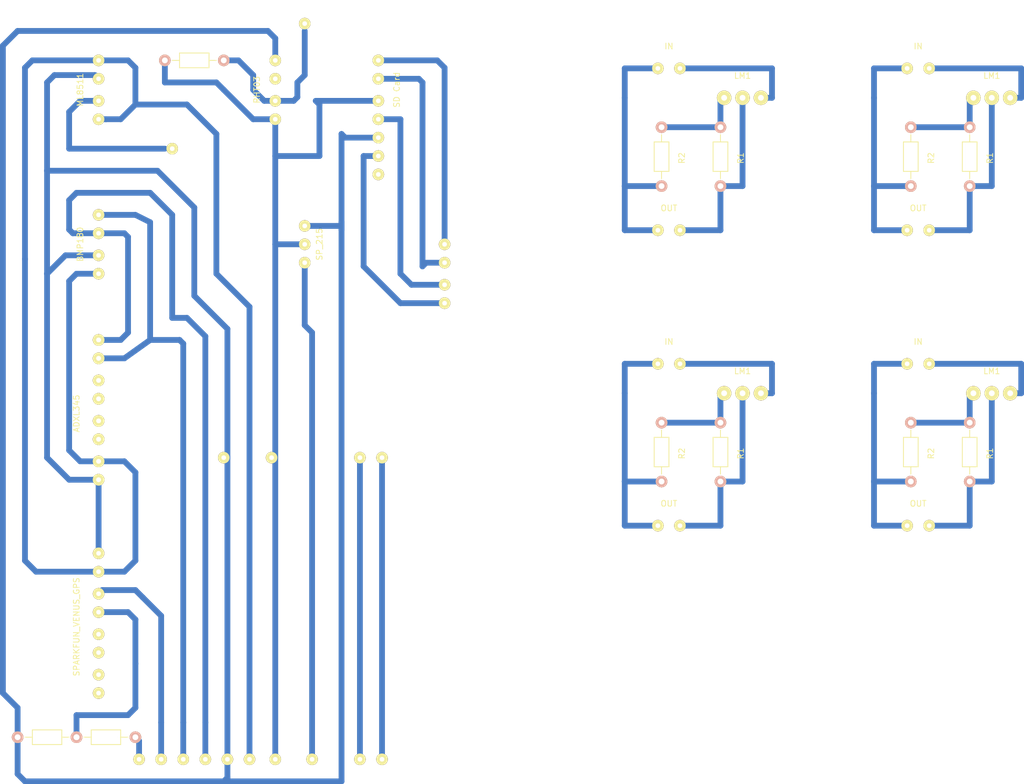
<source format=kicad_pcb>
(kicad_pcb (version 4) (host pcbnew 4.0.1-stable)

  (general
    (links 0)
    (no_connects 0)
    (area 15.809999 11.575 192.890002 148.020002)
    (thickness 1.6)
    (drawings 0)
    (tracks 215)
    (zones 0)
    (modules 46)
    (nets 1)
  )

  (page A4)
  (title_block
    (title "PIL PCB and Voltage Regulation Circuits")
    (date 2016-01-13)
    (rev 1)
    (company "UC Astro Cats")
  )

  (layers
    (0 F.Cu signal)
    (31 B.Cu signal)
    (32 B.Adhes user)
    (33 F.Adhes user)
    (34 B.Paste user)
    (35 F.Paste user)
    (36 B.SilkS user)
    (37 F.SilkS user)
    (38 B.Mask user)
    (39 F.Mask user)
    (40 Dwgs.User user)
    (41 Cmts.User user)
    (42 Eco1.User user)
    (43 Eco2.User user)
    (44 Edge.Cuts user)
    (45 Margin user)
    (46 B.CrtYd user)
    (47 F.CrtYd user)
    (48 B.Fab user)
    (49 F.Fab user)
  )

  (setup
    (last_trace_width 1)
    (user_trace_width 1)
    (trace_clearance 0.2)
    (zone_clearance 0.508)
    (zone_45_only no)
    (trace_min 0.2)
    (segment_width 0.2)
    (edge_width 0.15)
    (via_size 0.6)
    (via_drill 0.4)
    (via_min_size 0.4)
    (via_min_drill 0.3)
    (uvia_size 0.3)
    (uvia_drill 0.1)
    (uvias_allowed no)
    (uvia_min_size 0.2)
    (uvia_min_drill 0.1)
    (pcb_text_width 0.3)
    (pcb_text_size 1.5 1.5)
    (mod_edge_width 0.15)
    (mod_text_size 1 1)
    (mod_text_width 0.15)
    (pad_size 1.99898 1.99898)
    (pad_drill 0.8001)
    (pad_to_mask_clearance 0.2)
    (aux_axis_origin 0 0)
    (visible_elements 7FFFFFFF)
    (pcbplotparams
      (layerselection 0x00030_80000001)
      (usegerberextensions false)
      (excludeedgelayer true)
      (linewidth 0.100000)
      (plotframeref false)
      (viasonmask false)
      (mode 1)
      (useauxorigin false)
      (hpglpennumber 1)
      (hpglpenspeed 20)
      (hpglpendiameter 15)
      (hpglpenoverlay 2)
      (psnegative false)
      (psa4output false)
      (plotreference true)
      (plotvalue true)
      (plotinvisibletext false)
      (padsonsilk false)
      (subtractmaskfromsilk false)
      (outputformat 1)
      (mirror false)
      (drillshape 0)
      (scaleselection 1)
      (outputdirectory Renderings/))
  )

  (net 0 "")

  (net_class Default "This is the default net class."
    (clearance 0.2)
    (trace_width 0.25)
    (via_dia 0.6)
    (via_drill 0.4)
    (uvia_dia 0.3)
    (uvia_drill 0.1)
  )

  (module Wire_Pads:SolderWirePad_2x_0-8mmDrill (layer F.Cu) (tedit 569848CB) (tstamp 56984847)
    (at 80.01 91.44)
    (fp_text reference "" (at 0 -3.81) (layer F.SilkS)
      (effects (font (size 1 1) (thickness 0.15)))
    )
    (fp_text value CAM_RX_TX (at 0 2.54) (layer F.Fab)
      (effects (font (size 1 1) (thickness 0.15)))
    )
    (pad RX thru_hole circle (at -1.905 0) (size 1.99898 1.99898) (drill 0.8001) (layers *.Cu *.Mask F.SilkS))
    (pad TX thru_hole circle (at 1.905 0) (size 1.99898 1.99898) (drill 0.8001) (layers *.Cu *.Mask F.SilkS))
  )

  (module Wire_Pads:SolderWirePad_2x_0-8mmDrill (layer F.Cu) (tedit 569848E2) (tstamp 5698483D)
    (at 80.01 143.51)
    (fp_text reference "" (at 0 -3.81) (layer F.SilkS)
      (effects (font (size 1 1) (thickness 0.15)))
    )
    (fp_text value GND_3.3 (at 0 2.54) (layer F.Fab)
      (effects (font (size 1 1) (thickness 0.15)))
    )
    (pad RX thru_hole circle (at -1.905 0) (size 1.99898 1.99898) (drill 0.8001) (layers *.Cu *.Mask F.SilkS))
    (pad TX thru_hole circle (at 1.905 0) (size 1.99898 1.99898) (drill 0.8001) (layers *.Cu *.Mask F.SilkS))
  )

  (module Wire_Pads:SolderWirePad_2x_0-8mmDrill (layer F.Cu) (tedit 56984795) (tstamp 5698476B)
    (at 60.96 91.44)
    (fp_text reference "" (at 0 -3.81) (layer F.SilkS)
      (effects (font (size 1 1) (thickness 0.15)))
    )
    (fp_text value CAM_-_5.0 (at 0 2.54) (layer F.Fab)
      (effects (font (size 1 1) (thickness 0.15)))
    )
    (pad - thru_hole circle (at -6.35 0) (size 1.99898 1.99898) (drill 0.8001) (layers *.Cu *.Mask F.SilkS))
    (pad + thru_hole circle (at 1.905 0) (size 1.99898 1.99898) (drill 0.8001) (layers *.Cu *.Mask F.SilkS))
  )

  (module Wire_Pads:SolderWirePad_2x_0-8mmDrill (layer F.Cu) (tedit 569719BF) (tstamp 5697199E)
    (at 69.85 143.51)
    (fp_text reference "" (at 0 -3.81) (layer F.SilkS)
      (effects (font (size 1 1) (thickness 0.15)))
    )
    (fp_text value "SOLAR Out" (at 0 2.54) (layer F.Fab)
      (effects (font (size 1 1) (thickness 0.15)))
    )
    (pad SOL thru_hole circle (at 0 0) (size 1.99898 1.99898) (drill 0.8001) (layers *.Cu *.Mask F.SilkS))
  )

  (module Wire_Pads:SolderWirePad_3x_0-8mmDrill (layer F.Cu) (tedit 56971978) (tstamp 569718FC)
    (at 68.58 54.61 270)
    (fp_text reference SP_215 (at 0 -2.54 270) (layer F.SilkS)
      (effects (font (size 1 1) (thickness 0.15)))
    )
    (fp_text value PY1 (at 0 2.54 270) (layer F.Fab)
      (effects (font (size 1 1) (thickness 0.15)))
    )
    (pad GND thru_hole circle (at -3.175 0 270) (size 1.99898 1.99898) (drill 0.8001) (layers *.Cu *.Mask F.SilkS))
    (pad VCC thru_hole circle (at 0 0 270) (size 1.99898 1.99898) (drill 0.8001) (layers *.Cu *.Mask F.SilkS))
    (pad SOL thru_hole circle (at 3.175 0 270) (size 1.99898 1.99898) (drill 0.8001) (layers *.Cu *.Mask F.SilkS))
  )

  (module Wire_Pads:SolderWirePad_2x_0-8mmDrill (layer F.Cu) (tedit 56971847) (tstamp 56971831)
    (at 68.58 16.51)
    (fp_text reference "" (at 0 -3.81) (layer F.SilkS)
      (effects (font (size 1 1) (thickness 0.15)))
    )
    (fp_text value "TMP OUT" (at 0 2.54) (layer F.Fab)
      (effects (font (size 1 1) (thickness 0.15)))
    )
    (pad TMP thru_hole circle (at 0 0) (size 1.99898 1.99898) (drill 0.8001) (layers *.Cu *.Mask F.SilkS))
  )

  (module Wire_Pads:SolderWirePad_2x_0-8mmDrill (layer F.Cu) (tedit 56971937) (tstamp 5697181A)
    (at 45.72 38.1)
    (fp_text reference "" (at 0 -3.81) (layer F.SilkS)
      (effects (font (size 1 1) (thickness 0.15)))
    )
    (fp_text value "UV Out" (at 0 2.54) (layer F.Fab)
      (effects (font (size 1 1) (thickness 0.15)))
    )
    (pad UV thru_hole circle (at 0 0) (size 1.99898 1.99898) (drill 0.8001) (layers *.Cu *.Mask F.SilkS))
  )

  (module Resistors_ThroughHole:Resistor_Horizontal_RM10mm (layer F.Cu) (tedit 5696E41F) (tstamp 5696EE67)
    (at 49.53 22.86)
    (descr "Resistor, Axial,  RM 10mm, 1/3W,")
    (tags "Resistor, Axial, RM 10mm, 1/3W,")
    (fp_text reference "" (at 0.24892 -3.50012) (layer F.SilkS)
      (effects (font (size 1 1) (thickness 0.15)))
    )
    (fp_text value "" (at 3.81 3.81) (layer F.Fab)
      (effects (font (size 1 1) (thickness 0.15)))
    )
    (fp_line (start -2.54 -1.27) (end 2.54 -1.27) (layer F.SilkS) (width 0.15))
    (fp_line (start 2.54 -1.27) (end 2.54 1.27) (layer F.SilkS) (width 0.15))
    (fp_line (start 2.54 1.27) (end -2.54 1.27) (layer F.SilkS) (width 0.15))
    (fp_line (start -2.54 1.27) (end -2.54 -1.27) (layer F.SilkS) (width 0.15))
    (fp_line (start -2.54 0) (end -3.81 0) (layer F.SilkS) (width 0.15))
    (fp_line (start 2.54 0) (end 3.81 0) (layer F.SilkS) (width 0.15))
    (pad 1 thru_hole circle (at -5.08 0) (size 1.99898 1.99898) (drill 1.00076) (layers *.Cu *.SilkS *.Mask))
    (pad 2 thru_hole circle (at 5.08 0) (size 1.99898 1.99898) (drill 1.00076) (layers *.Cu *.SilkS *.Mask))
    (model Resistors_ThroughHole.3dshapes/Resistor_Horizontal_RM10mm.wrl
      (at (xyz 0 0 0))
      (scale (xyz 0.4 0.4 0.4))
      (rotate (xyz 0 0 0))
    )
  )

  (module Wire_Pads:SolderWirePad_2x_0-8mmDrill (layer F.Cu) (tedit 5696ED2F) (tstamp 5696ECE6)
    (at 63.5 143.51)
    (fp_text reference "" (at 0 -3.81) (layer F.SilkS)
      (effects (font (size 1 1) (thickness 0.15)))
    )
    (fp_text value 5.0 (at 0 2.54) (layer F.Fab)
      (effects (font (size 1 1) (thickness 0.15)))
    )
    (pad 5.0 thru_hole circle (at 0 0) (size 1.99898 1.99898) (drill 0.8001) (layers *.Cu *.Mask F.SilkS))
  )

  (module Wire_Pads:SolderWirePad_4xInline_0-8mmDrill (layer F.Cu) (tedit 5696ECA2) (tstamp 5696EC47)
    (at 63.5 27.94 90)
    (fp_text reference RHT03 (at 0 -3.175 90) (layer F.SilkS)
      (effects (font (size 1 1) (thickness 0.15)))
    )
    (fp_text value RH1 (at -0.635 3.175 90) (layer F.Fab)
      (effects (font (size 1 1) (thickness 0.15)))
    )
    (pad + thru_hole circle (at -5.08 0 90) (size 1.99898 1.99898) (drill 0.8001) (layers *.Cu *.Mask F.SilkS))
    (pad OUT thru_hole circle (at -1.905 0 90) (size 1.99898 1.99898) (drill 0.8001) (layers *.Cu *.Mask F.SilkS))
    (pad "" thru_hole circle (at 1.905 0 90) (size 1.99898 1.99898) (drill 0.8001) (layers *.Cu *.Mask F.SilkS))
    (pad - thru_hole circle (at 5.08 0 90) (size 1.99898 1.99898) (drill 0.8001) (layers *.Cu *.Mask F.SilkS))
  )

  (module Resistors_ThroughHole:Resistor_Horizontal_RM10mm (layer F.Cu) (tedit 5696E41F) (tstamp 5696EAF0)
    (at 24.13 139.7 180)
    (descr "Resistor, Axial,  RM 10mm, 1/3W,")
    (tags "Resistor, Axial, RM 10mm, 1/3W,")
    (fp_text reference "" (at 0.24892 -3.50012 180) (layer F.SilkS)
      (effects (font (size 1 1) (thickness 0.15)))
    )
    (fp_text value "" (at 3.81 3.81 180) (layer F.Fab)
      (effects (font (size 1 1) (thickness 0.15)))
    )
    (fp_line (start -2.54 -1.27) (end 2.54 -1.27) (layer F.SilkS) (width 0.15))
    (fp_line (start 2.54 -1.27) (end 2.54 1.27) (layer F.SilkS) (width 0.15))
    (fp_line (start 2.54 1.27) (end -2.54 1.27) (layer F.SilkS) (width 0.15))
    (fp_line (start -2.54 1.27) (end -2.54 -1.27) (layer F.SilkS) (width 0.15))
    (fp_line (start -2.54 0) (end -3.81 0) (layer F.SilkS) (width 0.15))
    (fp_line (start 2.54 0) (end 3.81 0) (layer F.SilkS) (width 0.15))
    (pad 1 thru_hole circle (at -5.08 0 180) (size 1.99898 1.99898) (drill 1.00076) (layers *.Cu *.SilkS *.Mask))
    (pad 2 thru_hole circle (at 5.08 0 180) (size 1.99898 1.99898) (drill 1.00076) (layers *.Cu *.SilkS *.Mask))
    (model Resistors_ThroughHole.3dshapes/Resistor_Horizontal_RM10mm.wrl
      (at (xyz 0 0 0))
      (scale (xyz 0.4 0.4 0.4))
      (rotate (xyz 0 0 0))
    )
  )

  (module Wire_Pads:SolderWirePad_2x_0-8mmDrill (layer F.Cu) (tedit 5696E726) (tstamp 5696E530)
    (at 57.15 143.51)
    (fp_text reference "" (at 0 -3.81) (layer F.SilkS)
      (effects (font (size 1 1) (thickness 0.15)))
    )
    (fp_text value GND_3.3 (at 0 2.54) (layer F.Fab)
      (effects (font (size 1 1) (thickness 0.15)))
    )
    (pad - thru_hole circle (at -1.905 0) (size 1.99898 1.99898) (drill 0.8001) (layers *.Cu *.Mask F.SilkS))
    (pad + thru_hole circle (at 1.905 0) (size 1.99898 1.99898) (drill 0.8001) (layers *.Cu *.Mask F.SilkS))
  )

  (module Resistors_ThroughHole:Resistor_Horizontal_RM10mm (layer F.Cu) (tedit 5696E41F) (tstamp 5696E31F)
    (at 34.29 139.7 180)
    (descr "Resistor, Axial,  RM 10mm, 1/3W,")
    (tags "Resistor, Axial, RM 10mm, 1/3W,")
    (fp_text reference "" (at 0.24892 -3.50012 180) (layer F.SilkS)
      (effects (font (size 1 1) (thickness 0.15)))
    )
    (fp_text value "" (at 3.81 3.81 180) (layer F.Fab)
      (effects (font (size 1 1) (thickness 0.15)))
    )
    (fp_line (start -2.54 -1.27) (end 2.54 -1.27) (layer F.SilkS) (width 0.15))
    (fp_line (start 2.54 -1.27) (end 2.54 1.27) (layer F.SilkS) (width 0.15))
    (fp_line (start 2.54 1.27) (end -2.54 1.27) (layer F.SilkS) (width 0.15))
    (fp_line (start -2.54 1.27) (end -2.54 -1.27) (layer F.SilkS) (width 0.15))
    (fp_line (start -2.54 0) (end -3.81 0) (layer F.SilkS) (width 0.15))
    (fp_line (start 2.54 0) (end 3.81 0) (layer F.SilkS) (width 0.15))
    (pad 1 thru_hole circle (at -5.08 0 180) (size 1.99898 1.99898) (drill 1.00076) (layers *.Cu *.SilkS *.Mask))
    (pad 2 thru_hole circle (at 5.08 0 180) (size 1.99898 1.99898) (drill 1.00076) (layers *.Cu *.SilkS *.Mask))
    (model Resistors_ThroughHole.3dshapes/Resistor_Horizontal_RM10mm.wrl
      (at (xyz 0 0 0))
      (scale (xyz 0.4 0.4 0.4))
      (rotate (xyz 0 0 0))
    )
  )

  (module Wire_Pads:SolderWirePad_2x_0-8mmDrill (layer F.Cu) (tedit 5696E199) (tstamp 5696E171)
    (at 49.53 143.51)
    (fp_text reference "" (at 0 -3.81) (layer F.SilkS)
      (effects (font (size 1 1) (thickness 0.15)))
    )
    (fp_text value DA_CL (at 0 2.54) (layer F.Fab)
      (effects (font (size 1 1) (thickness 0.15)))
    )
    (pad DA thru_hole circle (at -1.905 0) (size 1.99898 1.99898) (drill 0.8001) (layers *.Cu *.Mask F.SilkS))
    (pad CL thru_hole circle (at 1.905 0) (size 1.99898 1.99898) (drill 0.8001) (layers *.Cu *.Mask F.SilkS))
  )

  (module Wire_Pads:SolderWirePad_4xInline_0-8mmDrill (layer F.Cu) (tedit 5696DDD7) (tstamp 5696DD2B)
    (at 33.02 27.94 90)
    (fp_text reference ML8511 (at 0 -3.175 90) (layer F.SilkS)
      (effects (font (size 1 1) (thickness 0.15)))
    )
    (fp_text value ML1 (at -0.635 3.175 90) (layer F.Fab)
      (effects (font (size 1 1) (thickness 0.15)))
    )
    (pad EN thru_hole circle (at -5.08 0 90) (size 1.99898 1.99898) (drill 0.8001) (layers *.Cu *.Mask F.SilkS))
    (pad OUT thru_hole circle (at -1.905 0 90) (size 1.99898 1.99898) (drill 0.8001) (layers *.Cu *.Mask F.SilkS))
    (pad - thru_hole circle (at 1.905 0 90) (size 1.99898 1.99898) (drill 0.8001) (layers *.Cu *.Mask F.SilkS))
    (pad + thru_hole circle (at 5.08 0 90) (size 1.99898 1.99898) (drill 0.8001) (layers *.Cu *.Mask F.SilkS))
  )

  (module Wire_Pads:SolderWirePad_4xInline_0-8mmDrill (layer F.Cu) (tedit 5696DB20) (tstamp 5696DAAA)
    (at 33.02 127 90)
    (fp_text reference "" (at 0 -3.175 90) (layer F.SilkS)
      (effects (font (size 1 1) (thickness 0.15)))
    )
    (fp_text value "" (at -0.635 3.175 90) (layer F.Fab)
      (effects (font (size 1 1) (thickness 0.15)))
    )
    (pad "" thru_hole circle (at -5.08 0 90) (size 1.99898 1.99898) (drill 0.8001) (layers *.Cu *.Mask F.SilkS))
    (pad "" thru_hole circle (at -1.905 0 90) (size 1.99898 1.99898) (drill 0.8001) (layers *.Cu *.Mask F.SilkS))
    (pad "" thru_hole circle (at 1.905 0 90) (size 1.99898 1.99898) (drill 0.8001) (layers *.Cu *.Mask F.SilkS))
    (pad "" thru_hole circle (at 5.08 0 90) (size 1.99898 1.99898) (drill 0.8001) (layers *.Cu *.Mask F.SilkS))
  )

  (module Wire_Pads:SolderWirePad_4xInline_0-8mmDrill (layer F.Cu) (tedit 5696DAFE) (tstamp 5696D9CD)
    (at 33.02 113.03 90)
    (fp_text reference SPARKFUN_VENUS_GPS (at -7.62 -3.81 90) (layer F.SilkS)
      (effects (font (size 1 1) (thickness 0.15)))
    )
    (fp_text value GPS1 (at -8.89 3.81 90) (layer F.Fab)
      (effects (font (size 1 1) (thickness 0.15)))
    )
    (pad RX thru_hole circle (at -5.08 0 90) (size 1.99898 1.99898) (drill 0.8001) (layers *.Cu *.Mask F.SilkS))
    (pad TX thru_hole circle (at -1.905 0 90) (size 1.99898 1.99898) (drill 0.8001) (layers *.Cu *.Mask F.SilkS))
    (pad + thru_hole circle (at 1.905 0 90) (size 1.99898 1.99898) (drill 0.8001) (layers *.Cu *.Mask F.SilkS))
    (pad - thru_hole circle (at 5.08 0 90) (size 1.99898 1.99898) (drill 0.8001) (layers *.Cu *.Mask F.SilkS))
  )

  (module Wire_Pads:SolderWirePad_4xInline_0-8mmDrill (layer F.Cu) (tedit 5696DA73) (tstamp 5696D9C3)
    (at 33.02 76.2 90)
    (fp_text reference ADXL345 (at -7.62 -3.81 90) (layer F.SilkS)
      (effects (font (size 1 1) (thickness 0.15)))
    )
    (fp_text value ADX1 (at -7.62 3.81 90) (layer F.Fab)
      (effects (font (size 1 1) (thickness 0.15)))
    )
    (pad INT2 thru_hole circle (at -5.08 0 90) (size 1.99898 1.99898) (drill 0.8001) (layers *.Cu *.Mask F.SilkS))
    (pad SDO thru_hole circle (at -1.905 0 90) (size 1.99898 1.99898) (drill 0.8001) (layers *.Cu *.Mask F.SilkS))
    (pad SDA thru_hole circle (at 1.905 0 90) (size 1.99898 1.99898) (drill 0.8001) (layers *.Cu *.Mask F.SilkS))
    (pad SCL thru_hole circle (at 5.08 0 90) (size 1.99898 1.99898) (drill 0.8001) (layers *.Cu *.Mask F.SilkS))
  )

  (module Wire_Pads:SolderWirePad_4xInline_0-8mmDrill (layer F.Cu) (tedit 5696D92F) (tstamp 5696D9BC)
    (at 33.02 90.17 90)
    (fp_text reference "" (at 0 -3.175 90) (layer F.SilkS)
      (effects (font (size 1 1) (thickness 0.15)))
    )
    (fp_text value "" (at -0.635 3.175 90) (layer F.Fab)
      (effects (font (size 1 1) (thickness 0.15)))
    )
    (pad - thru_hole circle (at -5.08 0 90) (size 1.99898 1.99898) (drill 0.8001) (layers *.Cu *.Mask F.SilkS))
    (pad + thru_hole circle (at -1.905 0 90) (size 1.99898 1.99898) (drill 0.8001) (layers *.Cu *.Mask F.SilkS))
    (pad CS thru_hole circle (at 1.905 0 90) (size 1.99898 1.99898) (drill 0.8001) (layers *.Cu *.Mask F.SilkS))
    (pad INT1 thru_hole circle (at 5.08 0 90) (size 1.99898 1.99898) (drill 0.8001) (layers *.Cu *.Mask F.SilkS))
  )

  (module Wire_Pads:SolderWirePad_4xInline_0-8mmDrill (layer F.Cu) (tedit 5696D92F) (tstamp 5696D899)
    (at 33.02 90.17 90)
    (fp_text reference "" (at 0 -3.175 90) (layer F.SilkS)
      (effects (font (size 1 1) (thickness 0.15)))
    )
    (fp_text value "" (at -0.635 3.175 90) (layer F.Fab)
      (effects (font (size 1 1) (thickness 0.15)))
    )
    (pad - thru_hole circle (at -5.08 0 90) (size 1.99898 1.99898) (drill 0.8001) (layers *.Cu *.Mask F.SilkS))
    (pad + thru_hole circle (at -1.905 0 90) (size 1.99898 1.99898) (drill 0.8001) (layers *.Cu *.Mask F.SilkS))
    (pad CS thru_hole circle (at 1.905 0 90) (size 1.99898 1.99898) (drill 0.8001) (layers *.Cu *.Mask F.SilkS))
    (pad INT1 thru_hole circle (at 5.08 0 90) (size 1.99898 1.99898) (drill 0.8001) (layers *.Cu *.Mask F.SilkS))
  )

  (module Wire_Pads:SolderWirePad_2x_0-8mmDrill (layer F.Cu) (tedit 563E9AFC) (tstamp 5649086F)
    (at 131.41 103.18)
    (fp_text reference OUT (at 0 -3.81) (layer F.SilkS)
      (effects (font (size 1 1) (thickness 0.15)))
    )
    (fp_text value Out (at 0.635 2.54) (layer F.Fab)
      (effects (font (size 1 1) (thickness 0.15)))
    )
    (pad 1 thru_hole circle (at -1.905 0) (size 1.99898 1.99898) (drill 0.8001) (layers *.Cu *.Mask F.SilkS))
    (pad 1 thru_hole circle (at 1.905 0) (size 1.99898 1.99898) (drill 0.8001) (layers *.Cu *.Mask F.SilkS))
  )

  (module Wire_Pads:SolderWirePad_2x_0-8mmDrill (layer F.Cu) (tedit 563E9A3E) (tstamp 5649086A)
    (at 131.41 75.24)
    (fp_text reference IN (at 0 -3.81) (layer F.SilkS)
      (effects (font (size 1 1) (thickness 0.15)))
    )
    (fp_text value In (at 0.635 2.54) (layer F.Fab)
      (effects (font (size 1 1) (thickness 0.15)))
    )
    (pad 1 thru_hole circle (at -1.905 0) (size 1.99898 1.99898) (drill 0.8001) (layers *.Cu *.Mask F.SilkS))
    (pad 1 thru_hole circle (at 1.905 0) (size 1.99898 1.99898) (drill 0.8001) (layers *.Cu *.Mask F.SilkS))
  )

  (module Resistors_ThroughHole:Resistor_Horizontal_RM10mm (layer F.Cu) (tedit 563E97ED) (tstamp 5649085F)
    (at 130.14 90.48 270)
    (descr "Resistor, Axial,  RM 10mm, 1/3W,")
    (tags "Resistor, Axial, RM 10mm, 1/3W,")
    (fp_text reference R2 (at 0.24892 -3.50012 270) (layer F.SilkS)
      (effects (font (size 1 1) (thickness 0.15)))
    )
    (fp_text value 680Ω (at 3.81 3.81 270) (layer F.Fab)
      (effects (font (size 1 1) (thickness 0.15)))
    )
    (fp_line (start -2.54 -1.27) (end 2.54 -1.27) (layer F.SilkS) (width 0.15))
    (fp_line (start 2.54 -1.27) (end 2.54 1.27) (layer F.SilkS) (width 0.15))
    (fp_line (start 2.54 1.27) (end -2.54 1.27) (layer F.SilkS) (width 0.15))
    (fp_line (start -2.54 1.27) (end -2.54 -1.27) (layer F.SilkS) (width 0.15))
    (fp_line (start -2.54 0) (end -3.81 0) (layer F.SilkS) (width 0.15))
    (fp_line (start 2.54 0) (end 3.81 0) (layer F.SilkS) (width 0.15))
    (pad 1 thru_hole circle (at -5.08 0 270) (size 1.99898 1.99898) (drill 1.00076) (layers *.Cu *.SilkS *.Mask))
    (pad 2 thru_hole circle (at 5.08 0 270) (size 1.99898 1.99898) (drill 1.00076) (layers *.Cu *.SilkS *.Mask))
    (model Resistors_ThroughHole.3dshapes/Resistor_Horizontal_RM10mm.wrl
      (at (xyz 0 0 0))
      (scale (xyz 0.4 0.4 0.4))
      (rotate (xyz 0 0 0))
    )
  )

  (module Resistors_ThroughHole:Resistor_Horizontal_RM10mm (layer F.Cu) (tedit 563E970E) (tstamp 56490854)
    (at 140.3 90.48 270)
    (descr "Resistor, Axial,  RM 10mm, 1/3W,")
    (tags "Resistor, Axial, RM 10mm, 1/3W,")
    (fp_text reference R1 (at 0.24892 -3.50012 270) (layer F.SilkS)
      (effects (font (size 1 1) (thickness 0.15)))
    )
    (fp_text value 220Ω (at 3.81 3.81 270) (layer F.Fab)
      (effects (font (size 1 1) (thickness 0.15)))
    )
    (fp_line (start -2.54 -1.27) (end 2.54 -1.27) (layer F.SilkS) (width 0.15))
    (fp_line (start 2.54 -1.27) (end 2.54 1.27) (layer F.SilkS) (width 0.15))
    (fp_line (start 2.54 1.27) (end -2.54 1.27) (layer F.SilkS) (width 0.15))
    (fp_line (start -2.54 1.27) (end -2.54 -1.27) (layer F.SilkS) (width 0.15))
    (fp_line (start -2.54 0) (end -3.81 0) (layer F.SilkS) (width 0.15))
    (fp_line (start 2.54 0) (end 3.81 0) (layer F.SilkS) (width 0.15))
    (pad 1 thru_hole circle (at -5.08 0 270) (size 1.99898 1.99898) (drill 1.00076) (layers *.Cu *.SilkS *.Mask))
    (pad 2 thru_hole circle (at 5.08 0 270) (size 1.99898 1.99898) (drill 1.00076) (layers *.Cu *.SilkS *.Mask))
    (model Resistors_ThroughHole.3dshapes/Resistor_Horizontal_RM10mm.wrl
      (at (xyz 0 0 0))
      (scale (xyz 0.4 0.4 0.4))
      (rotate (xyz 0 0 0))
    )
  )

  (module Wire_Pads:SolderWirePad_3x_1mmDrill (layer F.Cu) (tedit 563E9685) (tstamp 5649084E)
    (at 144.11 80.32)
    (fp_text reference LM1 (at 0 -3.81) (layer F.SilkS)
      (effects (font (size 1 1) (thickness 0.15)))
    )
    (fp_text value LM317 (at -1.27 3.175) (layer F.Fab)
      (effects (font (size 1 1) (thickness 0.15)))
    )
    (pad 1 thru_hole circle (at -3.175 0) (size 2.49936 2.49936) (drill 1.00076) (layers *.Cu *.Mask F.SilkS))
    (pad 1 thru_hole circle (at 0 0) (size 2.49936 2.49936) (drill 1.00076) (layers *.Cu *.Mask F.SilkS))
    (pad 1 thru_hole circle (at 3.175 0) (size 2.49936 2.49936) (drill 1.00076) (layers *.Cu *.Mask F.SilkS))
  )

  (module Wire_Pads:SolderWirePad_3x_1mmDrill (layer F.Cu) (tedit 563E9685) (tstamp 56490848)
    (at 187.11 80.32)
    (fp_text reference LM1 (at 0 -3.81) (layer F.SilkS)
      (effects (font (size 1 1) (thickness 0.15)))
    )
    (fp_text value LM317 (at -1.27 3.175) (layer F.Fab)
      (effects (font (size 1 1) (thickness 0.15)))
    )
    (pad 1 thru_hole circle (at -3.175 0) (size 2.49936 2.49936) (drill 1.00076) (layers *.Cu *.Mask F.SilkS))
    (pad 1 thru_hole circle (at 0 0) (size 2.49936 2.49936) (drill 1.00076) (layers *.Cu *.Mask F.SilkS))
    (pad 1 thru_hole circle (at 3.175 0) (size 2.49936 2.49936) (drill 1.00076) (layers *.Cu *.Mask F.SilkS))
  )

  (module Resistors_ThroughHole:Resistor_Horizontal_RM10mm (layer F.Cu) (tedit 563E970E) (tstamp 5649083D)
    (at 183.3 90.48 270)
    (descr "Resistor, Axial,  RM 10mm, 1/3W,")
    (tags "Resistor, Axial, RM 10mm, 1/3W,")
    (fp_text reference R1 (at 0.24892 -3.50012 270) (layer F.SilkS)
      (effects (font (size 1 1) (thickness 0.15)))
    )
    (fp_text value 220Ω (at 3.81 3.81 270) (layer F.Fab)
      (effects (font (size 1 1) (thickness 0.15)))
    )
    (fp_line (start -2.54 -1.27) (end 2.54 -1.27) (layer F.SilkS) (width 0.15))
    (fp_line (start 2.54 -1.27) (end 2.54 1.27) (layer F.SilkS) (width 0.15))
    (fp_line (start 2.54 1.27) (end -2.54 1.27) (layer F.SilkS) (width 0.15))
    (fp_line (start -2.54 1.27) (end -2.54 -1.27) (layer F.SilkS) (width 0.15))
    (fp_line (start -2.54 0) (end -3.81 0) (layer F.SilkS) (width 0.15))
    (fp_line (start 2.54 0) (end 3.81 0) (layer F.SilkS) (width 0.15))
    (pad 1 thru_hole circle (at -5.08 0 270) (size 1.99898 1.99898) (drill 1.00076) (layers *.Cu *.SilkS *.Mask))
    (pad 2 thru_hole circle (at 5.08 0 270) (size 1.99898 1.99898) (drill 1.00076) (layers *.Cu *.SilkS *.Mask))
    (model Resistors_ThroughHole.3dshapes/Resistor_Horizontal_RM10mm.wrl
      (at (xyz 0 0 0))
      (scale (xyz 0.4 0.4 0.4))
      (rotate (xyz 0 0 0))
    )
  )

  (module Resistors_ThroughHole:Resistor_Horizontal_RM10mm (layer F.Cu) (tedit 563E97ED) (tstamp 56490832)
    (at 173.14 90.48 270)
    (descr "Resistor, Axial,  RM 10mm, 1/3W,")
    (tags "Resistor, Axial, RM 10mm, 1/3W,")
    (fp_text reference R2 (at 0.24892 -3.50012 270) (layer F.SilkS)
      (effects (font (size 1 1) (thickness 0.15)))
    )
    (fp_text value 680Ω (at 3.81 3.81 270) (layer F.Fab)
      (effects (font (size 1 1) (thickness 0.15)))
    )
    (fp_line (start -2.54 -1.27) (end 2.54 -1.27) (layer F.SilkS) (width 0.15))
    (fp_line (start 2.54 -1.27) (end 2.54 1.27) (layer F.SilkS) (width 0.15))
    (fp_line (start 2.54 1.27) (end -2.54 1.27) (layer F.SilkS) (width 0.15))
    (fp_line (start -2.54 1.27) (end -2.54 -1.27) (layer F.SilkS) (width 0.15))
    (fp_line (start -2.54 0) (end -3.81 0) (layer F.SilkS) (width 0.15))
    (fp_line (start 2.54 0) (end 3.81 0) (layer F.SilkS) (width 0.15))
    (pad 1 thru_hole circle (at -5.08 0 270) (size 1.99898 1.99898) (drill 1.00076) (layers *.Cu *.SilkS *.Mask))
    (pad 2 thru_hole circle (at 5.08 0 270) (size 1.99898 1.99898) (drill 1.00076) (layers *.Cu *.SilkS *.Mask))
    (model Resistors_ThroughHole.3dshapes/Resistor_Horizontal_RM10mm.wrl
      (at (xyz 0 0 0))
      (scale (xyz 0.4 0.4 0.4))
      (rotate (xyz 0 0 0))
    )
  )

  (module Wire_Pads:SolderWirePad_2x_0-8mmDrill (layer F.Cu) (tedit 563E9A3E) (tstamp 5649082D)
    (at 174.41 75.24)
    (fp_text reference IN (at 0 -3.81) (layer F.SilkS)
      (effects (font (size 1 1) (thickness 0.15)))
    )
    (fp_text value In (at 0.635 2.54) (layer F.Fab)
      (effects (font (size 1 1) (thickness 0.15)))
    )
    (pad 1 thru_hole circle (at -1.905 0) (size 1.99898 1.99898) (drill 0.8001) (layers *.Cu *.Mask F.SilkS))
    (pad 1 thru_hole circle (at 1.905 0) (size 1.99898 1.99898) (drill 0.8001) (layers *.Cu *.Mask F.SilkS))
  )

  (module Wire_Pads:SolderWirePad_2x_0-8mmDrill (layer F.Cu) (tedit 563E9AFC) (tstamp 56490828)
    (at 174.41 103.18)
    (fp_text reference OUT (at 0 -3.81) (layer F.SilkS)
      (effects (font (size 1 1) (thickness 0.15)))
    )
    (fp_text value Out (at 0.635 2.54) (layer F.Fab)
      (effects (font (size 1 1) (thickness 0.15)))
    )
    (pad 1 thru_hole circle (at -1.905 0) (size 1.99898 1.99898) (drill 0.8001) (layers *.Cu *.Mask F.SilkS))
    (pad 1 thru_hole circle (at 1.905 0) (size 1.99898 1.99898) (drill 0.8001) (layers *.Cu *.Mask F.SilkS))
  )

  (module Wire_Pads:SolderWirePad_2x_0-8mmDrill (layer F.Cu) (tedit 563E9AFC) (tstamp 56490813)
    (at 174.41 52.18)
    (fp_text reference OUT (at 0 -3.81) (layer F.SilkS)
      (effects (font (size 1 1) (thickness 0.15)))
    )
    (fp_text value Out (at 0.635 2.54) (layer F.Fab)
      (effects (font (size 1 1) (thickness 0.15)))
    )
    (pad 1 thru_hole circle (at -1.905 0) (size 1.99898 1.99898) (drill 0.8001) (layers *.Cu *.Mask F.SilkS))
    (pad 1 thru_hole circle (at 1.905 0) (size 1.99898 1.99898) (drill 0.8001) (layers *.Cu *.Mask F.SilkS))
  )

  (module Wire_Pads:SolderWirePad_2x_0-8mmDrill (layer F.Cu) (tedit 563E9A3E) (tstamp 5649080E)
    (at 174.41 24.24)
    (fp_text reference IN (at 0 -3.81) (layer F.SilkS)
      (effects (font (size 1 1) (thickness 0.15)))
    )
    (fp_text value In (at 0.635 2.54) (layer F.Fab)
      (effects (font (size 1 1) (thickness 0.15)))
    )
    (pad 1 thru_hole circle (at -1.905 0) (size 1.99898 1.99898) (drill 0.8001) (layers *.Cu *.Mask F.SilkS))
    (pad 1 thru_hole circle (at 1.905 0) (size 1.99898 1.99898) (drill 0.8001) (layers *.Cu *.Mask F.SilkS))
  )

  (module Resistors_ThroughHole:Resistor_Horizontal_RM10mm (layer F.Cu) (tedit 563E97ED) (tstamp 56490803)
    (at 173.14 39.48 270)
    (descr "Resistor, Axial,  RM 10mm, 1/3W,")
    (tags "Resistor, Axial, RM 10mm, 1/3W,")
    (fp_text reference R2 (at 0.24892 -3.50012 270) (layer F.SilkS)
      (effects (font (size 1 1) (thickness 0.15)))
    )
    (fp_text value 680Ω (at 3.81 3.81 270) (layer F.Fab)
      (effects (font (size 1 1) (thickness 0.15)))
    )
    (fp_line (start -2.54 -1.27) (end 2.54 -1.27) (layer F.SilkS) (width 0.15))
    (fp_line (start 2.54 -1.27) (end 2.54 1.27) (layer F.SilkS) (width 0.15))
    (fp_line (start 2.54 1.27) (end -2.54 1.27) (layer F.SilkS) (width 0.15))
    (fp_line (start -2.54 1.27) (end -2.54 -1.27) (layer F.SilkS) (width 0.15))
    (fp_line (start -2.54 0) (end -3.81 0) (layer F.SilkS) (width 0.15))
    (fp_line (start 2.54 0) (end 3.81 0) (layer F.SilkS) (width 0.15))
    (pad 1 thru_hole circle (at -5.08 0 270) (size 1.99898 1.99898) (drill 1.00076) (layers *.Cu *.SilkS *.Mask))
    (pad 2 thru_hole circle (at 5.08 0 270) (size 1.99898 1.99898) (drill 1.00076) (layers *.Cu *.SilkS *.Mask))
    (model Resistors_ThroughHole.3dshapes/Resistor_Horizontal_RM10mm.wrl
      (at (xyz 0 0 0))
      (scale (xyz 0.4 0.4 0.4))
      (rotate (xyz 0 0 0))
    )
  )

  (module Resistors_ThroughHole:Resistor_Horizontal_RM10mm (layer F.Cu) (tedit 563E970E) (tstamp 564907F8)
    (at 183.3 39.48 270)
    (descr "Resistor, Axial,  RM 10mm, 1/3W,")
    (tags "Resistor, Axial, RM 10mm, 1/3W,")
    (fp_text reference R1 (at 0.24892 -3.50012 270) (layer F.SilkS)
      (effects (font (size 1 1) (thickness 0.15)))
    )
    (fp_text value 220Ω (at 3.81 3.81 270) (layer F.Fab)
      (effects (font (size 1 1) (thickness 0.15)))
    )
    (fp_line (start -2.54 -1.27) (end 2.54 -1.27) (layer F.SilkS) (width 0.15))
    (fp_line (start 2.54 -1.27) (end 2.54 1.27) (layer F.SilkS) (width 0.15))
    (fp_line (start 2.54 1.27) (end -2.54 1.27) (layer F.SilkS) (width 0.15))
    (fp_line (start -2.54 1.27) (end -2.54 -1.27) (layer F.SilkS) (width 0.15))
    (fp_line (start -2.54 0) (end -3.81 0) (layer F.SilkS) (width 0.15))
    (fp_line (start 2.54 0) (end 3.81 0) (layer F.SilkS) (width 0.15))
    (pad 1 thru_hole circle (at -5.08 0 270) (size 1.99898 1.99898) (drill 1.00076) (layers *.Cu *.SilkS *.Mask))
    (pad 2 thru_hole circle (at 5.08 0 270) (size 1.99898 1.99898) (drill 1.00076) (layers *.Cu *.SilkS *.Mask))
    (model Resistors_ThroughHole.3dshapes/Resistor_Horizontal_RM10mm.wrl
      (at (xyz 0 0 0))
      (scale (xyz 0.4 0.4 0.4))
      (rotate (xyz 0 0 0))
    )
  )

  (module Wire_Pads:SolderWirePad_3x_1mmDrill (layer F.Cu) (tedit 563E9685) (tstamp 564907F2)
    (at 187.11 29.32)
    (fp_text reference LM1 (at 0 -3.81) (layer F.SilkS)
      (effects (font (size 1 1) (thickness 0.15)))
    )
    (fp_text value LM317 (at -1.27 3.175) (layer F.Fab)
      (effects (font (size 1 1) (thickness 0.15)))
    )
    (pad 1 thru_hole circle (at -3.175 0) (size 2.49936 2.49936) (drill 1.00076) (layers *.Cu *.Mask F.SilkS))
    (pad 1 thru_hole circle (at 0 0) (size 2.49936 2.49936) (drill 1.00076) (layers *.Cu *.Mask F.SilkS))
    (pad 1 thru_hole circle (at 3.175 0) (size 2.49936 2.49936) (drill 1.00076) (layers *.Cu *.Mask F.SilkS))
  )

  (module Wire_Pads:SolderWirePad_3x_1mmDrill (layer F.Cu) (tedit 563E9685) (tstamp 563E9630)
    (at 144.11 29.32)
    (fp_text reference LM1 (at 0 -3.81) (layer F.SilkS)
      (effects (font (size 1 1) (thickness 0.15)))
    )
    (fp_text value LM317 (at -1.27 3.175) (layer F.Fab)
      (effects (font (size 1 1) (thickness 0.15)))
    )
    (pad 1 thru_hole circle (at -3.175 0) (size 2.49936 2.49936) (drill 1.00076) (layers *.Cu *.Mask F.SilkS))
    (pad 1 thru_hole circle (at 0 0) (size 2.49936 2.49936) (drill 1.00076) (layers *.Cu *.Mask F.SilkS))
    (pad 1 thru_hole circle (at 3.175 0) (size 2.49936 2.49936) (drill 1.00076) (layers *.Cu *.Mask F.SilkS))
  )

  (module Resistors_ThroughHole:Resistor_Horizontal_RM10mm (layer F.Cu) (tedit 563E970E) (tstamp 563E96A6)
    (at 140.3 39.48 270)
    (descr "Resistor, Axial,  RM 10mm, 1/3W,")
    (tags "Resistor, Axial, RM 10mm, 1/3W,")
    (fp_text reference R1 (at 0.24892 -3.50012 270) (layer F.SilkS)
      (effects (font (size 1 1) (thickness 0.15)))
    )
    (fp_text value 220Ω (at 3.81 3.81 270) (layer F.Fab)
      (effects (font (size 1 1) (thickness 0.15)))
    )
    (fp_line (start -2.54 -1.27) (end 2.54 -1.27) (layer F.SilkS) (width 0.15))
    (fp_line (start 2.54 -1.27) (end 2.54 1.27) (layer F.SilkS) (width 0.15))
    (fp_line (start 2.54 1.27) (end -2.54 1.27) (layer F.SilkS) (width 0.15))
    (fp_line (start -2.54 1.27) (end -2.54 -1.27) (layer F.SilkS) (width 0.15))
    (fp_line (start -2.54 0) (end -3.81 0) (layer F.SilkS) (width 0.15))
    (fp_line (start 2.54 0) (end 3.81 0) (layer F.SilkS) (width 0.15))
    (pad 1 thru_hole circle (at -5.08 0 270) (size 1.99898 1.99898) (drill 1.00076) (layers *.Cu *.SilkS *.Mask))
    (pad 2 thru_hole circle (at 5.08 0 270) (size 1.99898 1.99898) (drill 1.00076) (layers *.Cu *.SilkS *.Mask))
    (model Resistors_ThroughHole.3dshapes/Resistor_Horizontal_RM10mm.wrl
      (at (xyz 0 0 0))
      (scale (xyz 0.4 0.4 0.4))
      (rotate (xyz 0 0 0))
    )
  )

  (module Resistors_ThroughHole:Resistor_Horizontal_RM10mm (layer F.Cu) (tedit 563E97ED) (tstamp 563E97B7)
    (at 130.14 39.48 270)
    (descr "Resistor, Axial,  RM 10mm, 1/3W,")
    (tags "Resistor, Axial, RM 10mm, 1/3W,")
    (fp_text reference R2 (at 0.24892 -3.50012 270) (layer F.SilkS)
      (effects (font (size 1 1) (thickness 0.15)))
    )
    (fp_text value 680Ω (at 3.81 3.81 270) (layer F.Fab)
      (effects (font (size 1 1) (thickness 0.15)))
    )
    (fp_line (start -2.54 -1.27) (end 2.54 -1.27) (layer F.SilkS) (width 0.15))
    (fp_line (start 2.54 -1.27) (end 2.54 1.27) (layer F.SilkS) (width 0.15))
    (fp_line (start 2.54 1.27) (end -2.54 1.27) (layer F.SilkS) (width 0.15))
    (fp_line (start -2.54 1.27) (end -2.54 -1.27) (layer F.SilkS) (width 0.15))
    (fp_line (start -2.54 0) (end -3.81 0) (layer F.SilkS) (width 0.15))
    (fp_line (start 2.54 0) (end 3.81 0) (layer F.SilkS) (width 0.15))
    (pad 1 thru_hole circle (at -5.08 0 270) (size 1.99898 1.99898) (drill 1.00076) (layers *.Cu *.SilkS *.Mask))
    (pad 2 thru_hole circle (at 5.08 0 270) (size 1.99898 1.99898) (drill 1.00076) (layers *.Cu *.SilkS *.Mask))
    (model Resistors_ThroughHole.3dshapes/Resistor_Horizontal_RM10mm.wrl
      (at (xyz 0 0 0))
      (scale (xyz 0.4 0.4 0.4))
      (rotate (xyz 0 0 0))
    )
  )

  (module Wire_Pads:SolderWirePad_2x_0-8mmDrill (layer F.Cu) (tedit 563E9A3E) (tstamp 563E99FC)
    (at 131.41 24.24)
    (fp_text reference IN (at 0 -3.81) (layer F.SilkS)
      (effects (font (size 1 1) (thickness 0.15)))
    )
    (fp_text value In (at 0.635 2.54) (layer F.Fab)
      (effects (font (size 1 1) (thickness 0.15)))
    )
    (pad 1 thru_hole circle (at -1.905 0) (size 1.99898 1.99898) (drill 0.8001) (layers *.Cu *.Mask F.SilkS))
    (pad 1 thru_hole circle (at 1.905 0) (size 1.99898 1.99898) (drill 0.8001) (layers *.Cu *.Mask F.SilkS))
  )

  (module Wire_Pads:SolderWirePad_2x_0-8mmDrill (layer F.Cu) (tedit 563E9AFC) (tstamp 563E9A15)
    (at 131.41 52.18)
    (fp_text reference OUT (at 0 -3.81) (layer F.SilkS)
      (effects (font (size 1 1) (thickness 0.15)))
    )
    (fp_text value Out (at 0.635 2.54) (layer F.Fab)
      (effects (font (size 1 1) (thickness 0.15)))
    )
    (pad 1 thru_hole circle (at -1.905 0) (size 1.99898 1.99898) (drill 0.8001) (layers *.Cu *.Mask F.SilkS))
    (pad 1 thru_hole circle (at 1.905 0) (size 1.99898 1.99898) (drill 0.8001) (layers *.Cu *.Mask F.SilkS))
  )

  (module Wire_Pads:SolderWirePad_4xInline_0-8mmDrill (layer F.Cu) (tedit 5696DDA0) (tstamp 5696D503)
    (at 33.02 54.61 90)
    (fp_text reference BMP180 (at 0 -3.175 90) (layer F.SilkS)
      (effects (font (size 1 1) (thickness 0.15)))
    )
    (fp_text value BMP1 (at -0.635 3.175 90) (layer F.Fab)
      (effects (font (size 1 1) (thickness 0.15)))
    )
    (pad + thru_hole circle (at -5.08 0 90) (size 1.99898 1.99898) (drill 0.8001) (layers *.Cu *.Mask F.SilkS))
    (pad - thru_hole circle (at -1.905 0 90) (size 1.99898 1.99898) (drill 0.8001) (layers *.Cu *.Mask F.SilkS))
    (pad CL thru_hole circle (at 1.905 0 90) (size 1.99898 1.99898) (drill 0.8001) (layers *.Cu *.Mask F.SilkS))
    (pad DA thru_hole circle (at 5.08 0 90) (size 1.99898 1.99898) (drill 0.8001) (layers *.Cu *.Mask F.SilkS))
  )

  (module Wire_Pads:SolderWirePad_4xInline_0-8mmDrill (layer F.Cu) (tedit 5696DA95) (tstamp 5696D755)
    (at 33.02 76.2 90)
    (fp_text reference "" (at 0 -3.175 90) (layer F.SilkS)
      (effects (font (size 1 1) (thickness 0.15)))
    )
    (fp_text value "" (at -0.635 3.175 90) (layer F.Fab)
      (effects (font (size 1 1) (thickness 0.15)))
    )
    (pad INT2 thru_hole circle (at -5.08 0 90) (size 1.99898 1.99898) (drill 0.8001) (layers *.Cu *.Mask F.SilkS))
    (pad SDO thru_hole circle (at -1.905 0 90) (size 1.99898 1.99898) (drill 0.8001) (layers *.Cu *.Mask F.SilkS))
    (pad SDA thru_hole circle (at 1.905 0 90) (size 1.99898 1.99898) (drill 0.8001) (layers *.Cu *.Mask F.SilkS))
    (pad SCL thru_hole circle (at 5.08 0 90) (size 1.99898 1.99898) (drill 0.8001) (layers *.Cu *.Mask F.SilkS))
  )

  (module Wire_Pads:SolderWirePad_2x_0-8mmDrill (layer F.Cu) (tedit 5696E0EF) (tstamp 5696E05A)
    (at 41.91 143.51)
    (fp_text reference "" (at 0 -3.81) (layer F.SilkS)
      (effects (font (size 1 1) (thickness 0.15)))
    )
    (fp_text value G_RX_TX (at 0 2.54) (layer F.Fab)
      (effects (font (size 1 1) (thickness 0.15)))
    )
    (pad G_RX thru_hole circle (at -1.905 0) (size 1.99898 1.99898) (drill 0.8001) (layers *.Cu *.Mask F.SilkS))
    (pad G_TX thru_hole circle (at 1.905 0) (size 1.99898 1.99898) (drill 0.8001) (layers *.Cu *.Mask F.SilkS))
  )

  (module Wire_Pads:SolderWirePad_4xInline_0-8mmDrill (layer F.Cu) (tedit 569715C7) (tstamp 56970F96)
    (at 81.28 27.94 270)
    (fp_text reference "SD Card" (at 0 -3.175 270) (layer F.SilkS)
      (effects (font (size 1 1) (thickness 0.15)))
    )
    (fp_text value SD1 (at -0.635 3.175 270) (layer F.Fab)
      (effects (font (size 1 1) (thickness 0.15)))
    )
    (pad CS thru_hole circle (at -5.08 0 270) (size 1.99898 1.99898) (drill 0.8001) (layers *.Cu *.Mask F.SilkS))
    (pad DI thru_hole circle (at -1.905 0 270) (size 1.99898 1.99898) (drill 0.8001) (layers *.Cu *.Mask F.SilkS))
    (pad VCC thru_hole circle (at 1.905 0 270) (size 1.99898 1.99898) (drill 0.8001) (layers *.Cu *.Mask F.SilkS))
    (pad SCK thru_hole circle (at 5.08 0 270) (size 1.99898 1.99898) (drill 0.8001) (layers *.Cu *.Mask F.SilkS))
  )

  (module Wire_Pads:SolderWirePad_3x_0-8mmDrill (layer F.Cu) (tedit 569715E9) (tstamp 56971543)
    (at 81.28 39.37 270)
    (fp_text reference "" (at 0 -2.54 270) (layer F.SilkS)
      (effects (font (size 1 1) (thickness 0.15)))
    )
    (fp_text value "" (at 0 2.54 270) (layer F.Fab)
      (effects (font (size 1 1) (thickness 0.15)))
    )
    (pad GND thru_hole circle (at -3.175 0 270) (size 1.99898 1.99898) (drill 0.8001) (layers *.Cu *.Mask F.SilkS))
    (pad DO thru_hole circle (at 0 0 270) (size 1.99898 1.99898) (drill 0.8001) (layers *.Cu *.Mask F.SilkS))
    (pad CD thru_hole circle (at 3.175 0 270) (size 1.99898 1.99898) (drill 0.8001) (layers *.Cu *.Mask F.SilkS))
  )

  (module Wire_Pads:SolderWirePad_4xInline_0-8mmDrill (layer F.Cu) (tedit 56971789) (tstamp 5697173F)
    (at 92.71 59.69 270)
    (fp_text reference "" (at 0 -3.175 270) (layer F.SilkS)
      (effects (font (size 1 1) (thickness 0.15)))
    )
    (fp_text value "" (at -0.635 3.175 270) (layer F.Fab)
      (effects (font (size 1 1) (thickness 0.15)))
    )
    (pad CS thru_hole circle (at -5.08 0 270) (size 1.99898 1.99898) (drill 0.8001) (layers *.Cu *.Mask F.SilkS))
    (pad DI thru_hole circle (at -1.905 0 270) (size 1.99898 1.99898) (drill 0.8001) (layers *.Cu *.Mask F.SilkS))
    (pad SCK thru_hole circle (at 1.905 0 270) (size 1.99898 1.99898) (drill 0.8001) (layers *.Cu *.Mask F.SilkS))
    (pad DO thru_hole circle (at 5.08 0 270) (size 1.99898 1.99898) (drill 0.8001) (layers *.Cu *.Mask F.SilkS))
  )

  (segment (start 78.105 143.51) (end 78.105 91.44) (width 1) (layer B.Cu) (net 0) (status C00000))
  (segment (start 81.915 91.44) (end 81.915 143.51) (width 1) (layer B.Cu) (net 0) (status C00000))
  (segment (start 69.85 143.51) (end 69.85 69.85) (width 1) (layer B.Cu) (net 0))
  (segment (start 68.58 68.58) (end 68.58 57.785) (width 1) (layer B.Cu) (net 0))
  (segment (start 69.85 69.85) (end 68.58 68.58) (width 1) (layer B.Cu) (net 0) (tstamp 569719E0))
  (segment (start 68.58 54.61) (end 63.5 54.61) (width 1) (layer B.Cu) (net 0))
  (segment (start 68.58 51.435) (end 74.93 51.435) (width 1) (layer B.Cu) (net 0))
  (segment (start 74.93 52.07) (end 74.93 50.8) (width 1) (layer B.Cu) (net 0) (tstamp 56971983))
  (segment (start 74.93 51.435) (end 74.93 52.07) (width 1) (layer B.Cu) (net 0) (tstamp 56971982))
  (segment (start 63.5 22.86) (end 63.5 19.05) (width 1) (layer B.Cu) (net 0))
  (segment (start 19.05 134.62) (end 19.05 139.7) (width 1) (layer B.Cu) (net 0) (tstamp 569718BC))
  (segment (start 16.51 132.08) (end 19.05 134.62) (width 1) (layer B.Cu) (net 0) (tstamp 569718BA))
  (segment (start 16.51 20.32) (end 16.51 132.08) (width 1) (layer B.Cu) (net 0) (tstamp 569718AF))
  (segment (start 19.05 17.78) (end 16.51 20.32) (width 1) (layer B.Cu) (net 0) (tstamp 569718AE))
  (segment (start 62.23 17.78) (end 19.05 17.78) (width 1) (layer B.Cu) (net 0) (tstamp 569718A8))
  (segment (start 63.5 19.05) (end 62.23 17.78) (width 1) (layer B.Cu) (net 0) (tstamp 569718A4))
  (segment (start 81.28 39.37) (end 78.74 39.37) (width 1) (layer B.Cu) (net 0))
  (segment (start 85.09 64.77) (end 78.74 58.42) (width 1) (layer B.Cu) (net 0) (tstamp 569717AD))
  (segment (start 78.74 58.42) (end 78.74 39.37) (width 1) (layer B.Cu) (net 0) (tstamp 569717AF))
  (segment (start 85.09 64.77) (end 92.71 64.77) (width 1) (layer B.Cu) (net 0))
  (segment (start 92.71 61.595) (end 86.995 61.595) (width 1) (layer B.Cu) (net 0))
  (segment (start 85.09 33.02) (end 81.28 33.02) (width 1) (layer B.Cu) (net 0) (tstamp 569717A6))
  (segment (start 85.09 59.69) (end 85.09 33.02) (width 1) (layer B.Cu) (net 0) (tstamp 569717A3))
  (segment (start 86.995 61.595) (end 85.09 59.69) (width 1) (layer B.Cu) (net 0) (tstamp 569717A1))
  (segment (start 81.28 26.035) (end 88.265 26.035) (width 1) (layer B.Cu) (net 0))
  (segment (start 89.535 57.785) (end 92.71 57.785) (width 1) (layer B.Cu) (net 0) (tstamp 5697179E))
  (segment (start 88.9 58.42) (end 89.535 57.785) (width 1) (layer B.Cu) (net 0) (tstamp 5697179B))
  (segment (start 88.9 26.67) (end 88.9 58.42) (width 1) (layer B.Cu) (net 0) (tstamp 56971798))
  (segment (start 88.265 26.035) (end 88.9 26.67) (width 1) (layer B.Cu) (net 0) (tstamp 56971797))
  (segment (start 81.28 22.86) (end 91.44 22.86) (width 1) (layer B.Cu) (net 0))
  (segment (start 92.71 24.13) (end 92.71 54.61) (width 1) (layer B.Cu) (net 0) (tstamp 56971794))
  (segment (start 91.44 22.86) (end 92.71 24.13) (width 1) (layer B.Cu) (net 0) (tstamp 56971793))
  (segment (start 33.02 29.845) (end 29.845 29.845) (width 1) (layer B.Cu) (net 0))
  (segment (start 27.94 38.1) (end 44.45 38.1) (width 1) (layer B.Cu) (net 0) (tstamp 569716EC))
  (segment (start 27.94 31.75) (end 27.94 38.1) (width 1) (layer B.Cu) (net 0) (tstamp 569716EA))
  (segment (start 29.845 29.845) (end 27.94 31.75) (width 1) (layer B.Cu) (net 0) (tstamp 569716E8))
  (segment (start 63.5 29.845) (end 66.675 29.845) (width 1) (layer B.Cu) (net 0))
  (segment (start 68.58 25.4) (end 68.58 17.78) (width 1) (layer B.Cu) (net 0) (tstamp 569716D0))
  (segment (start 67.31 26.67) (end 68.58 25.4) (width 1) (layer B.Cu) (net 0) (tstamp 569716CF))
  (segment (start 67.31 29.21) (end 67.31 26.67) (width 1) (layer B.Cu) (net 0) (tstamp 569716CD))
  (segment (start 66.675 29.845) (end 67.31 29.21) (width 1) (layer B.Cu) (net 0) (tstamp 569716CC))
  (segment (start 81.28 36.195) (end 75.565 36.195) (width 1) (layer B.Cu) (net 0))
  (segment (start 74.93 147.32) (end 54.61 147.32) (width 1) (layer B.Cu) (net 0) (tstamp 569716B3))
  (segment (start 74.93 35.56) (end 74.93 50.8) (width 1) (layer B.Cu) (net 0) (tstamp 569716AA))
  (segment (start 74.93 50.8) (end 74.93 147.32) (width 1) (layer B.Cu) (net 0) (tstamp 56971986))
  (segment (start 75.565 36.195) (end 74.93 35.56) (width 1) (layer B.Cu) (net 0) (tstamp 569716A9))
  (segment (start 81.28 29.845) (end 70.485 29.845) (width 1) (layer B.Cu) (net 0))
  (segment (start 71.12 39.37) (end 63.5 39.37) (width 1) (layer B.Cu) (net 0) (tstamp 569716A3))
  (segment (start 71.12 30.48) (end 71.12 39.37) (width 1) (layer B.Cu) (net 0) (tstamp 569716A1))
  (segment (start 70.485 29.845) (end 71.12 30.48) (width 1) (layer B.Cu) (net 0) (tstamp 5697169E))
  (segment (start 54.61 22.86) (end 57.15 22.86) (width 1) (layer B.Cu) (net 0))
  (segment (start 61.595 29.845) (end 59.69 27.94) (width 1) (layer B.Cu) (net 0) (tstamp 5696EEB0))
  (segment (start 59.69 27.94) (end 59.69 25.4) (width 1) (layer B.Cu) (net 0) (tstamp 5696EEB1))
  (segment (start 59.69 25.4) (end 57.15 22.86) (width 1) (layer B.Cu) (net 0) (tstamp 5696EEB4))
  (segment (start 61.595 29.845) (end 63.5 29.845) (width 1) (layer B.Cu) (net 0))
  (segment (start 63.5 33.02) (end 59.69 33.02) (width 1) (layer B.Cu) (net 0))
  (segment (start 44.45 26.67) (end 44.45 22.86) (width 1) (layer B.Cu) (net 0) (tstamp 56970F2F))
  (segment (start 53.34 26.67) (end 44.45 26.67) (width 1) (layer B.Cu) (net 0) (tstamp 56970F2E))
  (segment (start 54.61 27.94) (end 53.34 26.67) (width 1) (layer B.Cu) (net 0) (tstamp 56970F2D))
  (segment (start 59.69 33.02) (end 54.61 27.94) (width 1) (layer B.Cu) (net 0) (tstamp 56970F2C))
  (segment (start 63.5 143.51) (end 63.5 54.61) (width 1) (layer B.Cu) (net 0))
  (segment (start 63.5 54.61) (end 63.5 39.37) (width 1) (layer B.Cu) (net 0) (tstamp 56971990))
  (segment (start 63.5 39.37) (end 63.5 33.02) (width 1) (layer B.Cu) (net 0) (tstamp 569716A7))
  (segment (start 55.245 143.51) (end 55.245 146.685) (width 1) (layer B.Cu) (net 0))
  (segment (start 19.05 146.05) (end 19.05 139.7) (width 1) (layer B.Cu) (net 0) (tstamp 5696EB0E))
  (segment (start 20.32 147.32) (end 19.05 146.05) (width 1) (layer B.Cu) (net 0) (tstamp 5696EB0D))
  (segment (start 54.61 147.32) (end 20.32 147.32) (width 1) (layer B.Cu) (net 0) (tstamp 5696EB08))
  (segment (start 55.245 146.685) (end 54.61 147.32) (width 1) (layer B.Cu) (net 0) (tstamp 5696EB06))
  (segment (start 39.37 127) (end 39.37 134.62) (width 1) (layer B.Cu) (net 0))
  (segment (start 39.37 119.38) (end 38.1 118.11) (width 1) (layer B.Cu) (net 0) (tstamp 5696E33F))
  (segment (start 33.02 118.11) (end 38.1 118.11) (width 1) (layer B.Cu) (net 0) (tstamp 5696E340))
  (segment (start 39.37 127) (end 39.37 119.38) (width 1) (layer B.Cu) (net 0))
  (segment (start 29.21 135.89) (end 29.21 139.7) (width 1) (layer B.Cu) (net 0) (tstamp 5696EADA))
  (segment (start 38.1 135.89) (end 29.21 135.89) (width 1) (layer B.Cu) (net 0) (tstamp 5696EAD9))
  (segment (start 39.37 134.62) (end 38.1 135.89) (width 1) (layer B.Cu) (net 0) (tstamp 5696EAD8))
  (segment (start 40.005 143.51) (end 40.005 140.335) (width 1) (layer B.Cu) (net 0))
  (segment (start 40.005 140.335) (end 39.37 139.7) (width 1) (layer B.Cu) (net 0) (tstamp 5696EAD5))
  (segment (start 33.02 111.125) (end 37.465 111.125) (width 1) (layer B.Cu) (net 0))
  (segment (start 37.465 92.075) (end 33.02 92.075) (width 1) (layer B.Cu) (net 0) (tstamp 5696E660))
  (segment (start 39.37 93.98) (end 37.465 92.075) (width 1) (layer B.Cu) (net 0) (tstamp 5696E65D))
  (segment (start 39.37 109.22) (end 39.37 93.98) (width 1) (layer B.Cu) (net 0) (tstamp 5696E65C))
  (segment (start 37.465 111.125) (end 39.37 109.22) (width 1) (layer B.Cu) (net 0) (tstamp 5696E65B))
  (segment (start 59.055 143.51) (end 59.055 65.405) (width 1) (layer B.Cu) (net 0))
  (segment (start 48.26 30.48) (end 39.37 30.48) (width 1) (layer B.Cu) (net 0) (tstamp 5696E599))
  (segment (start 53.34 35.56) (end 48.26 30.48) (width 1) (layer B.Cu) (net 0) (tstamp 5696E586))
  (segment (start 53.34 59.69) (end 53.34 35.56) (width 1) (layer B.Cu) (net 0) (tstamp 5696E57F))
  (segment (start 59.055 65.405) (end 53.34 59.69) (width 1) (layer B.Cu) (net 0) (tstamp 5696E57B))
  (segment (start 24.13 41.91) (end 43.18 41.91) (width 1) (layer B.Cu) (net 0))
  (segment (start 55.245 69.215) (end 55.245 143.51) (width 1) (layer B.Cu) (net 0) (tstamp 5696E572))
  (segment (start 49.53 63.5) (end 55.245 69.215) (width 1) (layer B.Cu) (net 0) (tstamp 5696E570))
  (segment (start 49.53 48.26) (end 49.53 63.5) (width 1) (layer B.Cu) (net 0) (tstamp 5696E56C))
  (segment (start 43.18 41.91) (end 49.53 48.26) (width 1) (layer B.Cu) (net 0) (tstamp 5696E569))
  (segment (start 33.02 33.02) (end 34.29 33.02) (width 1) (layer B.Cu) (net 0))
  (segment (start 38.1 22.86) (end 33.02 22.86) (width 1) (layer B.Cu) (net 0) (tstamp 5696E4F8))
  (segment (start 39.37 24.13) (end 38.1 22.86) (width 1) (layer B.Cu) (net 0) (tstamp 5696E4F7))
  (segment (start 39.37 30.48) (end 39.37 24.13) (width 1) (layer B.Cu) (net 0) (tstamp 5696E4F6))
  (segment (start 36.83 33.02) (end 39.37 30.48) (width 1) (layer B.Cu) (net 0) (tstamp 5696E4F3))
  (segment (start 34.29 33.02) (end 36.83 33.02) (width 1) (layer B.Cu) (net 0) (tstamp 5696E4F1))
  (segment (start 24.13 59.69) (end 24.13 41.91) (width 1) (layer B.Cu) (net 0))
  (segment (start 24.13 41.91) (end 24.13 26.67) (width 1) (layer B.Cu) (net 0) (tstamp 5696E567))
  (segment (start 25.4 25.4) (end 32.385 25.4) (width 1) (layer B.Cu) (net 0) (tstamp 5696E4E5))
  (segment (start 24.13 26.67) (end 25.4 25.4) (width 1) (layer B.Cu) (net 0) (tstamp 5696E4E3))
  (segment (start 32.385 25.4) (end 33.02 26.035) (width 1) (layer B.Cu) (net 0) (tstamp 5696E4E6))
  (segment (start 20.32 57.15) (end 20.32 24.13) (width 1) (layer B.Cu) (net 0))
  (segment (start 22.225 111.125) (end 20.32 109.22) (width 1) (layer B.Cu) (net 0) (tstamp 5696E4BF))
  (segment (start 20.32 109.22) (end 20.32 57.15) (width 1) (layer B.Cu) (net 0) (tstamp 5696E4C2))
  (segment (start 33.02 111.125) (end 22.225 111.125) (width 1) (layer B.Cu) (net 0))
  (segment (start 21.59 22.86) (end 33.02 22.86) (width 1) (layer B.Cu) (net 0) (tstamp 5696E4DB))
  (segment (start 20.32 24.13) (end 21.59 22.86) (width 1) (layer B.Cu) (net 0) (tstamp 5696E4D7))
  (segment (start 51.435 143.51) (end 51.435 137.16) (width 1) (layer B.Cu) (net 0))
  (segment (start 45.72 49.53) (end 41.91 45.72) (width 1) (layer B.Cu) (net 0) (tstamp 5696E21D))
  (segment (start 41.91 45.72) (end 29.21 45.72) (width 1) (layer B.Cu) (net 0) (tstamp 5696E221))
  (segment (start 29.21 45.72) (end 27.94 46.99) (width 1) (layer B.Cu) (net 0) (tstamp 5696E223))
  (segment (start 27.94 46.99) (end 27.94 52.07) (width 1) (layer B.Cu) (net 0) (tstamp 5696E225))
  (segment (start 27.94 52.07) (end 28.575 52.705) (width 1) (layer B.Cu) (net 0) (tstamp 5696E228))
  (segment (start 28.575 52.705) (end 33.02 52.705) (width 1) (layer B.Cu) (net 0) (tstamp 5696E22A))
  (segment (start 51.435 137.16) (end 51.435 70.485) (width 1) (layer B.Cu) (net 0))
  (segment (start 48.26 67.31) (end 45.72 67.31) (width 1) (layer B.Cu) (net 0) (tstamp 5696E217))
  (segment (start 51.435 70.485) (end 48.26 67.31) (width 1) (layer B.Cu) (net 0) (tstamp 5696E213))
  (segment (start 45.72 67.31) (end 45.72 49.53) (width 1) (layer B.Cu) (net 0))
  (segment (start 47.625 143.51) (end 47.625 137.16) (width 1) (layer B.Cu) (net 0))
  (segment (start 47.625 137.16) (end 47.625 71.755) (width 1) (layer B.Cu) (net 0))
  (segment (start 47.625 71.755) (end 46.99 71.12) (width 1) (layer B.Cu) (net 0) (tstamp 5696E1A1))
  (segment (start 46.99 71.12) (end 41.91 71.12) (width 1) (layer B.Cu) (net 0) (tstamp 5696E1AE))
  (segment (start 43.815 143.51) (end 43.815 137.16) (width 1) (layer B.Cu) (net 0))
  (segment (start 43.815 118.745) (end 40.64 115.57) (width 1) (layer B.Cu) (net 0) (tstamp 5696E112))
  (segment (start 40.64 115.57) (end 39.37 114.3) (width 1) (layer B.Cu) (net 0) (tstamp 5696E114))
  (segment (start 39.37 114.3) (end 33.655 114.3) (width 1) (layer B.Cu) (net 0) (tstamp 5696E115))
  (segment (start 43.815 137.16) (end 43.815 118.745) (width 1) (layer B.Cu) (net 0))
  (segment (start 33.655 114.3) (end 33.02 114.935) (width 1) (layer B.Cu) (net 0) (tstamp 5696E119))
  (segment (start 33.02 49.53) (end 39.37 49.53) (width 1) (layer B.Cu) (net 0))
  (segment (start 37.465 74.295) (end 33.02 74.295) (width 1) (layer B.Cu) (net 0) (tstamp 5696DC75))
  (segment (start 41.91 71.12) (end 37.465 74.295) (width 1) (layer B.Cu) (net 0) (tstamp 5696DC72))
  (segment (start 41.91 50.8) (end 41.91 71.12) (width 1) (layer B.Cu) (net 0) (tstamp 5696DC6E))
  (segment (start 39.37 49.53) (end 41.91 50.8) (width 1) (layer B.Cu) (net 0) (tstamp 5696DC6A))
  (segment (start 33.02 52.705) (end 37.465 52.705) (width 1) (layer B.Cu) (net 0))
  (segment (start 36.83 71.12) (end 33.02 71.12) (width 1) (layer B.Cu) (net 0) (tstamp 5696DC64))
  (segment (start 38.1 69.85) (end 36.83 71.12) (width 1) (layer B.Cu) (net 0) (tstamp 5696DC60))
  (segment (start 38.1 53.34) (end 38.1 69.85) (width 1) (layer B.Cu) (net 0) (tstamp 5696DC5D))
  (segment (start 37.465 52.705) (end 38.1 53.34) (width 1) (layer B.Cu) (net 0) (tstamp 5696DC5B))
  (segment (start 33.02 56.515) (end 27.305 56.515) (width 1) (layer B.Cu) (net 0))
  (segment (start 27.94 95.25) (end 33.02 95.25) (width 1) (layer B.Cu) (net 0) (tstamp 5696DC07))
  (segment (start 24.13 91.44) (end 27.94 95.25) (width 1) (layer B.Cu) (net 0) (tstamp 5696DBFF))
  (segment (start 24.13 59.69) (end 24.13 91.44) (width 1) (layer B.Cu) (net 0) (tstamp 5696DBFE))
  (segment (start 27.305 56.515) (end 24.13 59.69) (width 1) (layer B.Cu) (net 0) (tstamp 5696DBFB))
  (segment (start 33.02 92.075) (end 29.845 92.075) (width 1) (layer B.Cu) (net 0))
  (segment (start 29.21 59.69) (end 33.02 59.69) (width 1) (layer B.Cu) (net 0) (tstamp 5696DBEE))
  (segment (start 27.94 60.96) (end 29.21 59.69) (width 1) (layer B.Cu) (net 0) (tstamp 5696DBEC))
  (segment (start 27.94 90.17) (end 27.94 60.96) (width 1) (layer B.Cu) (net 0) (tstamp 5696DBD3))
  (segment (start 29.845 92.075) (end 27.94 90.17) (width 1) (layer B.Cu) (net 0) (tstamp 5696DBCF))
  (segment (start 33.02 95.25) (end 33.02 107.95) (width 1) (layer B.Cu) (net 0))
  (segment (start 140.3 80.955) (end 140.935 80.32) (width 0.25) (layer B.Cu) (net 0) (tstamp 56490893))
  (segment (start 140.3 85.4) (end 140.3 80.955) (width 1) (layer B.Cu) (net 0) (tstamp 56490892))
  (segment (start 144.11 95.56) (end 144.11 80.32) (width 1) (layer B.Cu) (net 0) (tstamp 56490891))
  (segment (start 140.3 95.56) (end 144.11 95.56) (width 1) (layer B.Cu) (net 0) (tstamp 56490890))
  (segment (start 149.19 75.24) (end 149.19 80.32) (width 1) (layer B.Cu) (net 0) (tstamp 5649088F))
  (segment (start 149.19 80.32) (end 147.285 80.32) (width 1) (layer B.Cu) (net 0) (tstamp 5649088E))
  (segment (start 133.315 75.24) (end 149.19 75.24) (width 1) (layer B.Cu) (net 0) (tstamp 5649088D))
  (segment (start 123.79 95.56) (end 130.14 95.56) (width 1) (layer B.Cu) (net 0) (tstamp 5649088C))
  (segment (start 123.79 75.24) (end 123.79 80.32) (width 1) (layer B.Cu) (net 0) (tstamp 5649088B))
  (segment (start 123.79 80.32) (end 123.79 95.56) (width 1) (layer B.Cu) (net 0) (tstamp 5649088A))
  (segment (start 129.505 75.24) (end 123.79 75.24) (width 1) (layer B.Cu) (net 0) (tstamp 56490889))
  (segment (start 140.3 103.18) (end 133.315 103.18) (width 1) (layer B.Cu) (net 0) (tstamp 56490888))
  (segment (start 140.3 95.56) (end 140.3 103.18) (width 1) (layer B.Cu) (net 0) (tstamp 56490887))
  (segment (start 123.79 103.18) (end 129.505 103.18) (width 1) (layer B.Cu) (net 0) (tstamp 56490886))
  (segment (start 123.79 95.56) (end 123.79 103.18) (width 1) (layer B.Cu) (net 0) (tstamp 56490885))
  (segment (start 130.14 85.4) (end 140.3 85.4) (width 1) (layer B.Cu) (net 0) (tstamp 56490884))
  (segment (start 173.14 85.4) (end 183.3 85.4) (width 1) (layer B.Cu) (net 0) (tstamp 56490883))
  (segment (start 166.79 95.56) (end 166.79 103.18) (width 1) (layer B.Cu) (net 0) (tstamp 56490882))
  (segment (start 166.79 103.18) (end 172.505 103.18) (width 1) (layer B.Cu) (net 0) (tstamp 56490881))
  (segment (start 183.3 95.56) (end 183.3 103.18) (width 1) (layer B.Cu) (net 0) (tstamp 56490880))
  (segment (start 183.3 103.18) (end 176.315 103.18) (width 1) (layer B.Cu) (net 0) (tstamp 5649087F))
  (segment (start 172.505 75.24) (end 166.79 75.24) (width 1) (layer B.Cu) (net 0) (tstamp 5649087E))
  (segment (start 166.79 80.32) (end 166.79 95.56) (width 1) (layer B.Cu) (net 0) (tstamp 5649087D))
  (segment (start 166.79 75.24) (end 166.79 80.32) (width 1) (layer B.Cu) (net 0) (tstamp 5649087C))
  (segment (start 166.79 95.56) (end 173.14 95.56) (width 1) (layer B.Cu) (net 0) (tstamp 5649087B))
  (segment (start 176.315 75.24) (end 192.19 75.24) (width 1) (layer B.Cu) (net 0) (tstamp 5649087A))
  (segment (start 192.19 80.32) (end 190.285 80.32) (width 1) (layer B.Cu) (net 0) (tstamp 56490879))
  (segment (start 192.19 75.24) (end 192.19 80.32) (width 1) (layer B.Cu) (net 0) (tstamp 56490878))
  (segment (start 183.3 95.56) (end 187.11 95.56) (width 1) (layer B.Cu) (net 0) (tstamp 56490877))
  (segment (start 187.11 95.56) (end 187.11 80.32) (width 1) (layer B.Cu) (net 0) (tstamp 56490876))
  (segment (start 183.3 85.4) (end 183.3 80.955) (width 1) (layer B.Cu) (net 0) (tstamp 56490875))
  (segment (start 183.3 80.955) (end 183.935 80.32) (width 0.25) (layer B.Cu) (net 0) (tstamp 56490874))
  (segment (start 183.3 29.955) (end 183.935 29.32) (width 0.25) (layer B.Cu) (net 0) (tstamp 56490827))
  (segment (start 183.3 34.4) (end 183.3 29.955) (width 1) (layer B.Cu) (net 0) (tstamp 56490826))
  (segment (start 187.11 44.56) (end 187.11 29.32) (width 1) (layer B.Cu) (net 0) (tstamp 56490825))
  (segment (start 183.3 44.56) (end 187.11 44.56) (width 1) (layer B.Cu) (net 0) (tstamp 56490824))
  (segment (start 192.19 24.24) (end 192.19 29.32) (width 1) (layer B.Cu) (net 0) (tstamp 56490823))
  (segment (start 192.19 29.32) (end 190.285 29.32) (width 1) (layer B.Cu) (net 0) (tstamp 56490822))
  (segment (start 176.315 24.24) (end 192.19 24.24) (width 1) (layer B.Cu) (net 0) (tstamp 56490821))
  (segment (start 166.79 44.56) (end 173.14 44.56) (width 1) (layer B.Cu) (net 0) (tstamp 56490820))
  (segment (start 166.79 24.24) (end 166.79 29.32) (width 1) (layer B.Cu) (net 0) (tstamp 5649081F))
  (segment (start 166.79 29.32) (end 166.79 44.56) (width 1) (layer B.Cu) (net 0) (tstamp 5649081E))
  (segment (start 172.505 24.24) (end 166.79 24.24) (width 1) (layer B.Cu) (net 0) (tstamp 5649081D))
  (segment (start 183.3 52.18) (end 176.315 52.18) (width 1) (layer B.Cu) (net 0) (tstamp 5649081C))
  (segment (start 183.3 44.56) (end 183.3 52.18) (width 1) (layer B.Cu) (net 0) (tstamp 5649081B))
  (segment (start 166.79 52.18) (end 172.505 52.18) (width 1) (layer B.Cu) (net 0) (tstamp 5649081A))
  (segment (start 166.79 44.56) (end 166.79 52.18) (width 1) (layer B.Cu) (net 0) (tstamp 56490819))
  (segment (start 173.14 34.4) (end 183.3 34.4) (width 1) (layer B.Cu) (net 0) (tstamp 56490818))
  (segment (start 130.14 34.4) (end 140.3 34.4) (width 1) (layer B.Cu) (net 0))
  (segment (start 123.79 44.56) (end 123.79 52.18) (width 1) (layer B.Cu) (net 0))
  (segment (start 123.79 52.18) (end 129.505 52.18) (width 1) (layer B.Cu) (net 0) (tstamp 563E9B35))
  (segment (start 140.3 44.56) (end 140.3 52.18) (width 1) (layer B.Cu) (net 0))
  (segment (start 140.3 52.18) (end 133.315 52.18) (width 1) (layer B.Cu) (net 0) (tstamp 563E9B29))
  (segment (start 129.505 24.24) (end 123.79 24.24) (width 1) (layer B.Cu) (net 0))
  (segment (start 123.79 29.32) (end 123.79 44.56) (width 1) (layer B.Cu) (net 0) (tstamp 563EA0F6))
  (segment (start 123.79 24.24) (end 123.79 29.32) (width 1) (layer B.Cu) (net 0) (tstamp 563E9A7F))
  (segment (start 123.79 44.56) (end 130.14 44.56) (width 1) (layer B.Cu) (net 0) (tstamp 563E9A81))
  (segment (start 133.315 24.24) (end 149.19 24.24) (width 1) (layer B.Cu) (net 0))
  (segment (start 149.19 29.32) (end 147.285 29.32) (width 1) (layer B.Cu) (net 0) (tstamp 563E9A6A))
  (segment (start 149.19 24.24) (end 149.19 29.32) (width 1) (layer B.Cu) (net 0) (tstamp 563E9A68))
  (segment (start 140.3 44.56) (end 144.11 44.56) (width 1) (layer B.Cu) (net 0))
  (segment (start 144.11 44.56) (end 144.11 29.32) (width 1) (layer B.Cu) (net 0) (tstamp 563E9808))
  (segment (start 140.3 34.4) (end 140.3 29.955) (width 1) (layer B.Cu) (net 0))
  (segment (start 140.3 29.955) (end 140.935 29.32) (width 0.25) (layer B.Cu) (net 0) (tstamp 563E979A))

)

</source>
